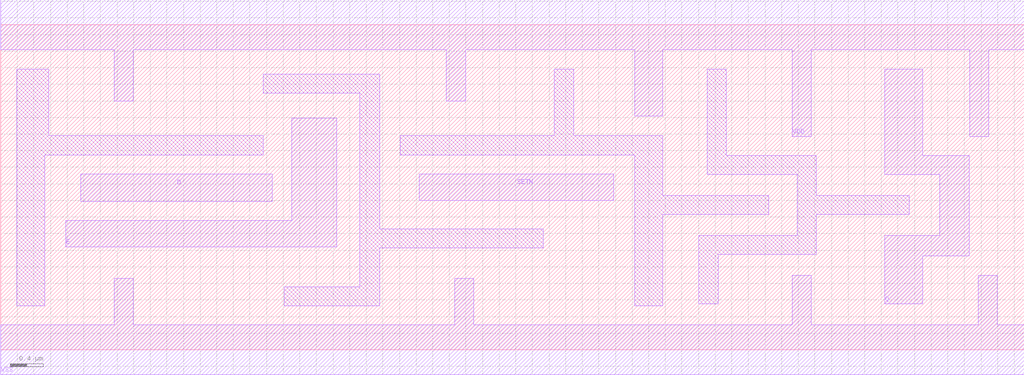
<source format=lef>
# Copyright 2022 GlobalFoundries PDK Authors
#
# Licensed under the Apache License, Version 2.0 (the "License");
# you may not use this file except in compliance with the License.
# You may obtain a copy of the License at
#
#      http://www.apache.org/licenses/LICENSE-2.0
#
# Unless required by applicable law or agreed to in writing, software
# distributed under the License is distributed on an "AS IS" BASIS,
# WITHOUT WARRANTIES OR CONDITIONS OF ANY KIND, either express or implied.
# See the License for the specific language governing permissions and
# limitations under the License.

MACRO gf180mcu_fd_sc_mcu7t5v0__latsnq_2
  CLASS core ;
  FOREIGN gf180mcu_fd_sc_mcu7t5v0__latsnq_2 0.0 0.0 ;
  ORIGIN 0 0 ;
  SYMMETRY X Y ;
  SITE GF018hv5v_mcu_sc7 ;
  SIZE 12.32 BY 3.92 ;
  PIN D
    DIRECTION INPUT ;
    ANTENNAGATEAREA 0.552 ;
    PORT
      LAYER METAL1 ;
        POLYGON 0.965 1.79 3.27 1.79 3.27 2.12 0.965 2.12  ;
    END
  END D
  PIN E
    DIRECTION INPUT ;
    USE clock ;
    ANTENNAGATEAREA 1.2935 ;
    PORT
      LAYER METAL1 ;
        POLYGON 0.78 1.24 4.045 1.24 4.045 2.795 3.5 2.795 3.5 1.56 0.78 1.56  ;
    END
  END E
  PIN SETN
    DIRECTION INPUT ;
    ANTENNAGATEAREA 0.7415 ;
    PORT
      LAYER METAL1 ;
        POLYGON 5.04 1.8 6.53 1.8 7.38 1.8 7.38 2.12 6.53 2.12 5.04 2.12  ;
    END
  END SETN
  PIN Q
    DIRECTION OUTPUT ;
    ANTENNADIFFAREA 1.0608 ;
    PORT
      LAYER METAL1 ;
        POLYGON 10.64 2.11 10.935 2.11 11.3 2.11 11.3 1.38 10.64 1.38 10.64 0.555 11.1 0.555 11.1 1.13 11.66 1.13 11.66 2.34 11.1 2.34 11.1 3.38 10.935 3.38 10.64 3.38  ;
    END
  END Q
  PIN VDD
    DIRECTION INOUT ;
    USE power ;
    SHAPE ABUTMENT ;
    PORT
      LAYER METAL1 ;
        POLYGON 0 3.62 1.365 3.62 1.365 3 1.595 3 1.595 3.62 3.16 3.62 5.365 3.62 5.365 3 5.595 3 5.595 3.62 7.63 3.62 7.63 2.815 7.97 2.815 7.97 3.62 9.525 3.62 9.525 2.57 9.755 2.57 9.755 3.62 10.935 3.62 11.665 3.62 11.665 2.57 11.895 2.57 11.895 3.62 12.32 3.62 12.32 4.22 10.935 4.22 3.16 4.22 0 4.22  ;
    END
  END VDD
  PIN VSS
    DIRECTION INOUT ;
    USE ground ;
    SHAPE ABUTMENT ;
    PORT
      LAYER METAL1 ;
        POLYGON 0 -0.3 12.32 -0.3 12.32 0.3 11.995 0.3 11.995 0.895 11.765 0.895 11.765 0.3 9.755 0.3 9.755 0.895 9.525 0.895 9.525 0.3 5.695 0.3 5.695 0.86 5.465 0.86 5.465 0.3 1.595 0.3 1.595 0.86 1.365 0.86 1.365 0.3 0 0.3  ;
    END
  END VSS
  OBS
      LAYER METAL1 ;
        POLYGON 0.19 0.53 0.53 0.53 0.53 2.35 3.16 2.35 3.16 2.58 0.575 2.58 0.575 3.38 0.19 3.38  ;
        POLYGON 3.16 3.095 4.32 3.095 4.32 0.76 3.41 0.76 3.41 0.53 4.56 0.53 4.56 1.225 6.53 1.225 6.53 1.455 4.56 1.455 4.56 3.325 3.16 3.325  ;
        POLYGON 4.81 2.35 7.63 2.35 7.63 0.53 7.97 0.53 7.97 1.63 9.245 1.63 9.245 1.86 7.97 1.86 7.97 2.58 6.895 2.58 6.895 3.38 6.665 3.38 6.665 2.58 4.81 2.58  ;
        POLYGON 8.505 2.11 9.585 2.11 9.585 1.38 8.405 1.38 8.405 0.555 8.635 0.555 8.635 1.15 9.815 1.15 9.815 1.63 10.935 1.63 10.935 1.86 9.815 1.86 9.815 2.34 8.735 2.34 8.735 3.38 8.505 3.38  ;
  END
END gf180mcu_fd_sc_mcu7t5v0__latsnq_2

</source>
